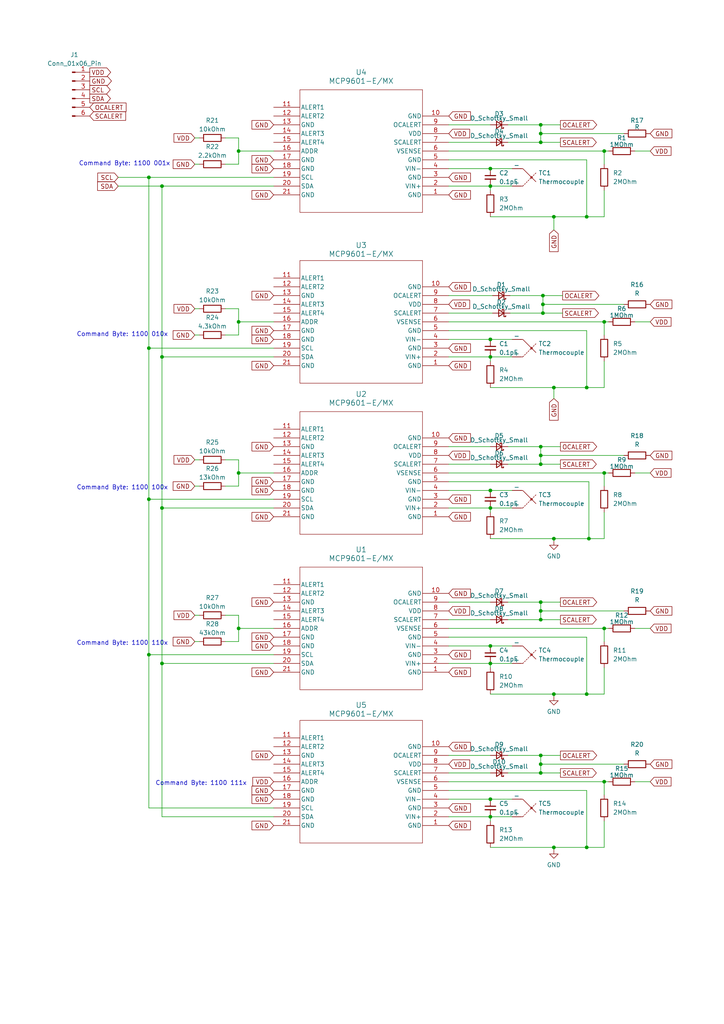
<source format=kicad_sch>
(kicad_sch (version 20230121) (generator eeschema)
  (paper "A4" portrait)
  (lib_symbols
    (symbol "Connector:Conn_01x06_Pin" (pin_names (offset 1.016) hide)
      (property "Reference" "J" (at 0 7.62 0))
      (property "Value" "Conn_01x06_Pin" (at 0 -10.16 0))
      (symbol "Conn_01x06_Pin_1_1"
        (polyline (pts (xy 1.27 -7.62) (xy 0.8636 -7.62)) (stroke (width 0.1524)))
        (polyline (pts (xy 1.27 -5.08) (xy 0.8636 -5.08)) (stroke (width 0.1524)))
        (polyline (pts (xy 1.27 -2.54) (xy 0.8636 -2.54)) (stroke (width 0.1524)))
        (polyline (pts (xy 1.27 0) (xy 0.8636 0)) (stroke (width 0.1524)))
        (polyline (pts (xy 1.27 2.54) (xy 0.8636 2.54)) (stroke (width 0.1524)))
        (polyline (pts (xy 1.27 5.08) (xy 0.8636 5.08)) (stroke (width 0.1524)))
        (rectangle (start 0.8636 -7.493) (end 0 -7.747) (stroke (width 0.1524)) (fill (type outline)))
        (rectangle (start 0.8636 -4.953) (end 0 -5.207) (stroke (width 0.1524)) (fill (type outline)))
        (rectangle (start 0.8636 -2.413) (end 0 -2.667) (stroke (width 0.1524)) (fill (type outline)))
        (rectangle (start 0.8636 0.127) (end 0 -0.127) (stroke (width 0.1524)) (fill (type outline)))
        (rectangle (start 0.8636 2.667) (end 0 2.413) (stroke (width 0.1524)) (fill (type outline)))
        (rectangle (start 0.8636 5.207) (end 0 4.953) (stroke (width 0.1524)) (fill (type outline)))
        (pin passive line (at 5.08 5.08 180) (length 3.81) (name "Pin_1") (number "1"))
        (pin passive line (at 5.08 2.54 180) (length 3.81) (name "Pin_2") (number "2"))
        (pin passive line (at 5.08 0 180) (length 3.81) (name "Pin_3") (number "3"))
        (pin passive line (at 5.08 -2.54 180) (length 3.81) (name "Pin_4") (number "4"))
        (pin passive line (at 5.08 -5.08 180) (length 3.81) (name "Pin_5") (number "5"))
        (pin passive line (at 5.08 -7.62 180) (length 3.81) (name "Pin_6") (number "6"))
      )
    )
    (symbol "Device:C_Small" (pin_numbers hide) (pin_names (offset 0.254) hide)
      (property "Reference" "C" (at 0.254 1.778 0))
      (property "Value" "C_Small" (at 0.254 -2.032 0))
      (symbol "C_Small_0_1"
        (polyline (pts (xy -1.524 -0.508) (xy 1.524 -0.508)) (stroke (width 0.3302)))
        (polyline (pts (xy -1.524 0.508) (xy 1.524 0.508)) (stroke (width 0.3048)))
      )
      (symbol "C_Small_1_1"
        (pin passive line (at 0 2.54 270) (length 2.032) (name "~") (number "1"))
        (pin passive line (at 0 -2.54 90) (length 2.032) (name "~") (number "2"))
      )
    )
    (symbol "Device:D_Schottky_Small" (pin_numbers hide) (pin_names (offset 0.254) hide)
      (property "Reference" "D" (at -1.27 2.032 0))
      (property "Value" "D_Schottky_Small" (at -7.112 -2.032 0))
      (symbol "D_Schottky_Small_0_1"
        (polyline (pts (xy -0.762 0) (xy 0.762 0)))
        (polyline (pts (xy 0.762 -1.016) (xy -0.762 0) (xy 0.762 1.016) (xy 0.762 -1.016)) (stroke (width 0.254)))
        (polyline (pts (xy -1.27 0.762) (xy -1.27 1.016) (xy -0.762 1.016) (xy -0.762 -1.016) (xy -0.254 -1.016) (xy -0.254 -0.762)) (stroke (width 0.254)))
      )
      (symbol "D_Schottky_Small_1_1"
        (pin passive line (at -2.54 0 0) (length 1.778) (name "K") (number "1"))
        (pin passive line (at 2.54 0 180) (length 1.778) (name "A") (number "2"))
      )
    )
    (symbol "Device:R" (pin_numbers hide) (pin_names (offset 0))
      (property "Reference" "R" (at 2.032 0 90))
      (property "Value" "R" (at 0 0 90))
      (symbol "R_0_1"
        (rectangle (start -1.016 -2.54) (end 1.016 2.54) (stroke (width 0.254)))
      )
      (symbol "R_1_1"
        (pin passive line (at 0 3.81 270) (length 1.27) (name "~") (number "1"))
        (pin passive line (at 0 -3.81 90) (length 1.27) (name "~") (number "2"))
      )
    )
    (symbol "Device:Thermocouple" (pin_numbers hide) (pin_names (offset 0))
      (property "Reference" "TC" (at -3.048 3.81 0))
      (property "Value" "Thermocouple" (at -5.08 -4.064 0))
      (symbol "Thermocouple_0_1"
        (circle (center -3.048 0) (radius 0.254) (fill (type outline)))
        (polyline (pts (xy -4.064 -1.016) (xy -4.318 -1.27)))
        (polyline (pts (xy -3.556 -0.508) (xy -3.81 -0.762)))
        (polyline (pts (xy -3.048 0) (xy -3.302 -0.254)))
        (polyline (pts (xy -2.54 0.508) (xy -2.794 0.254)))
        (polyline (pts (xy -2.032 1.016) (xy -2.286 0.762)))
        (polyline (pts (xy -1.524 1.524) (xy -1.778 1.27)))
        (polyline (pts (xy -1.016 2.032) (xy -1.27 1.778)))
        (polyline (pts (xy -0.508 2.54) (xy -0.762 2.286)))
        (polyline (pts (xy 0 -2.54) (xy -0.254 -2.54)))
        (polyline (pts (xy 0 2.54) (xy -0.508 2.54)))
        (polyline (pts (xy 0.254 -2.54) (xy -0.508 -2.54) (xy -4.318 1.27)))
      )
      (symbol "Thermocouple_1_1"
        (pin passive line (at 2.54 2.54 180) (length 2.54) (name "+") (number "1"))
        (pin passive line (at 2.54 -2.54 180) (length 2.54) (name "-") (number "2"))
      )
    )
    (symbol "Private:MCP9601-E_MX" (pin_names (offset 0.254))
      (property "Reference" "U" (at 25.4 10.16 0))
      (property "Value" "MCP9601-E/MX" (at 25.4 7.62 0))
      (symbol "MCP9601-E_MX_0_1"
        (polyline (pts (xy 7.62 -30.48) (xy 43.18 -30.48)) (stroke (width 0.127)))
        (polyline (pts (xy 7.62 5.08) (xy 7.62 -30.48)) (stroke (width 0.127)))
        (polyline (pts (xy 43.18 -30.48) (xy 43.18 5.08)) (stroke (width 0.127)))
        (polyline (pts (xy 43.18 5.08) (xy 7.62 5.08)) (stroke (width 0.127)))
        (pin power_out line (at 0 0 0) (length 7.62) (name "GND") (number "1"))
        (pin power_out line (at 0 -22.86 0) (length 7.62) (name "GND") (number "10"))
        (pin output line (at 50.8 -25.4 180) (length 7.62) (name "ALERT1") (number "11"))
        (pin output line (at 50.8 -22.86 180) (length 7.62) (name "ALERT2") (number "12"))
        (pin power_out line (at 50.8 -20.32 180) (length 7.62) (name "GND") (number "13"))
        (pin output line (at 50.8 -17.78 180) (length 7.62) (name "ALERT3") (number "14"))
        (pin output line (at 50.8 -15.24 180) (length 7.62) (name "ALERT4") (number "15"))
        (pin input line (at 50.8 -12.7 180) (length 7.62) (name "ADDR") (number "16"))
        (pin power_out line (at 50.8 -10.16 180) (length 7.62) (name "GND") (number "17"))
        (pin power_out line (at 50.8 -7.62 180) (length 7.62) (name "GND") (number "18"))
        (pin input line (at 50.8 -5.08 180) (length 7.62) (name "SCL") (number "19"))
        (pin input line (at 0 -2.54 0) (length 7.62) (name "VIN+") (number "2"))
        (pin bidirectional line (at 50.8 -2.54 180) (length 7.62) (name "SDA") (number "20"))
        (pin power_out line (at 50.8 0 180) (length 7.62) (name "GND") (number "21"))
        (pin power_out line (at 0 -5.08 0) (length 7.62) (name "GND") (number "3"))
        (pin input line (at 0 -7.62 0) (length 7.62) (name "VIN-") (number "4"))
        (pin power_out line (at 0 -10.16 0) (length 7.62) (name "GND") (number "5"))
        (pin input line (at 0 -12.7 0) (length 7.62) (name "VSENSE") (number "6"))
        (pin output line (at 0 -15.24 0) (length 7.62) (name "SCALERT") (number "7"))
        (pin power_in line (at 0 -17.78 0) (length 7.62) (name "VDD") (number "8"))
        (pin output line (at 0 -20.32 0) (length 7.62) (name "OCALERT") (number "9"))
      )
    )
    (symbol "power:GND" (power) (pin_names (offset 0))
      (property "Value" "GND" (at 0 -3.81 0))
      (symbol "GND_0_1"
        (polyline (pts (xy 0 0) (xy 0 -1.27) (xy 1.27 -1.27) (xy 0 -2.54) (xy -1.27 -1.27) (xy 0 -1.27)))
      )
      (symbol "GND_1_1"
        (pin power_in line (at 0 0 270) (length 0) hide (name "GND") (number "1"))
      )
    )
  )
  (junction (at 142.24 192.405))
  (junction (at 156.845 134.62))
  (junction (at 46.99 53.975))
  (junction (at 43.18 144.78))
  (junction (at 175.26 226.695))
  (junction (at 142.24 48.895))
  (junction (at 142.24 53.975))
  (junction (at 170.18 62.865))
  (junction (at 69.215 137.16))
  (junction (at 69.215 93.345))
  (junction (at 170.18 112.395))
  (junction (at 142.24 231.775))
  (junction (at 157.48 85.725))
  (junction (at 142.24 236.855))
  (junction (at 170.18 201.295))
  (junction (at 46.99 147.32))
  (junction (at 160.655 62.865))
  (junction (at 69.215 43.815))
  (junction (at 156.845 224.155))
  (junction (at 157.48 90.805))
  (junction (at 175.26 182.245))
  (junction (at 170.18 245.745))
  (junction (at 156.845 177.165))
  (junction (at 156.845 41.275))
  (junction (at 156.845 129.54))
  (junction (at 156.845 38.735))
  (junction (at 160.655 156.21))
  (junction (at 175.26 43.815))
  (junction (at 142.24 98.425))
  (junction (at 157.48 88.265))
  (junction (at 156.845 132.08))
  (junction (at 46.99 192.405))
  (junction (at 175.26 137.16))
  (junction (at 46.99 103.505))
  (junction (at 156.845 179.705))
  (junction (at 142.24 147.32))
  (junction (at 175.26 93.345))
  (junction (at 142.24 187.325))
  (junction (at 142.24 142.24))
  (junction (at 170.815 156.21))
  (junction (at 69.215 182.245))
  (junction (at 156.845 221.615))
  (junction (at 43.18 51.435))
  (junction (at 156.845 219.075))
  (junction (at 160.655 112.395))
  (junction (at 43.18 189.865))
  (junction (at 142.24 103.505))
  (junction (at 160.655 245.745))
  (junction (at 156.845 36.195))
  (junction (at 43.18 100.965))
  (junction (at 156.845 174.625))
  (junction (at 160.655 201.295))
  (wire (pts (xy 156.845 134.62) (xy 162.56 134.62)))
  (wire (pts (xy 43.18 100.965) (xy 43.18 144.78)))
  (wire (pts (xy 157.48 88.265) (xy 157.48 85.725)))
  (wire (pts (xy 56.515 178.435) (xy 57.785 178.435)))
  (wire (pts (xy 142.24 192.405) (xy 142.24 193.675)))
  (wire (pts (xy 43.18 144.78) (xy 79.375 144.78)))
  (wire (pts (xy 69.215 178.435) (xy 69.215 182.245)))
  (wire (pts (xy 170.18 95.885) (xy 170.18 112.395)))
  (wire (pts (xy 69.215 137.16) (xy 69.215 140.97)))
  (wire (pts (xy 142.24 156.21) (xy 160.655 156.21)))
  (wire (pts (xy 170.18 229.235) (xy 170.18 245.745)))
  (wire (pts (xy 65.405 40.005) (xy 69.215 40.005)))
  (wire (pts (xy 65.405 133.35) (xy 69.215 133.35)))
  (wire (pts (xy 170.18 62.865) (xy 160.655 62.865)))
  (wire (pts (xy 43.18 51.435) (xy 43.18 100.965)))
  (wire (pts (xy 160.655 156.21) (xy 160.655 156.845)))
  (wire (pts (xy 130.175 48.895) (xy 142.24 48.895)))
  (wire (pts (xy 130.175 36.195) (xy 142.24 36.195)))
  (wire (pts (xy 170.18 112.395) (xy 160.655 112.395)))
  (wire (pts (xy 160.655 112.395) (xy 160.655 115.57)))
  (wire (pts (xy 142.24 48.895) (xy 148.59 48.895)))
  (wire (pts (xy 175.26 43.815) (xy 175.26 47.625)))
  (wire (pts (xy 130.175 224.155) (xy 142.24 224.155)))
  (wire (pts (xy 156.845 132.08) (xy 156.845 134.62)))
  (wire (pts (xy 56.515 40.005) (xy 57.785 40.005)))
  (wire (pts (xy 130.175 53.975) (xy 142.24 53.975)))
  (wire (pts (xy 175.26 137.16) (xy 176.53 137.16)))
  (wire (pts (xy 147.32 41.275) (xy 156.845 41.275)))
  (wire (pts (xy 175.26 148.59) (xy 175.26 156.21)))
  (wire (pts (xy 160.655 201.295) (xy 160.655 201.93)))
  (wire (pts (xy 156.845 129.54) (xy 162.56 129.54)))
  (wire (pts (xy 157.48 88.265) (xy 180.975 88.265)))
  (wire (pts (xy 175.26 104.775) (xy 175.26 112.395)))
  (wire (pts (xy 142.24 147.32) (xy 142.24 148.59)))
  (wire (pts (xy 142.24 53.975) (xy 148.59 53.975)))
  (wire (pts (xy 43.18 234.315) (xy 79.375 234.315)))
  (wire (pts (xy 130.175 226.695) (xy 175.26 226.695)))
  (wire (pts (xy 175.26 43.815) (xy 176.53 43.815)))
  (wire (pts (xy 147.955 85.725) (xy 157.48 85.725)))
  (wire (pts (xy 130.175 90.805) (xy 142.875 90.805)))
  (wire (pts (xy 79.375 93.345) (xy 69.215 93.345)))
  (wire (pts (xy 130.175 184.785) (xy 170.18 184.785)))
  (wire (pts (xy 147.32 179.705) (xy 156.845 179.705)))
  (wire (pts (xy 46.99 103.505) (xy 46.99 147.32)))
  (wire (pts (xy 142.24 192.405) (xy 148.59 192.405)))
  (wire (pts (xy 130.175 137.16) (xy 175.26 137.16)))
  (wire (pts (xy 156.845 38.735) (xy 156.845 41.275)))
  (wire (pts (xy 175.26 238.125) (xy 175.26 245.745)))
  (wire (pts (xy 130.175 187.325) (xy 142.24 187.325)))
  (wire (pts (xy 175.26 201.295) (xy 170.18 201.295)))
  (wire (pts (xy 147.32 174.625) (xy 156.845 174.625)))
  (wire (pts (xy 46.99 53.975) (xy 46.99 103.505)))
  (wire (pts (xy 46.99 147.32) (xy 46.99 192.405)))
  (wire (pts (xy 156.845 174.625) (xy 162.56 174.625)))
  (wire (pts (xy 130.175 192.405) (xy 142.24 192.405)))
  (wire (pts (xy 147.32 129.54) (xy 156.845 129.54)))
  (wire (pts (xy 56.515 89.535) (xy 57.785 89.535)))
  (wire (pts (xy 69.215 89.535) (xy 69.215 93.345)))
  (wire (pts (xy 142.24 62.865) (xy 160.655 62.865)))
  (wire (pts (xy 142.24 187.325) (xy 148.59 187.325)))
  (wire (pts (xy 175.26 182.245) (xy 175.26 186.055)))
  (wire (pts (xy 175.26 156.21) (xy 170.815 156.21)))
  (wire (pts (xy 175.26 193.675) (xy 175.26 201.295)))
  (wire (pts (xy 69.215 182.245) (xy 79.375 182.245)))
  (wire (pts (xy 175.26 55.245) (xy 175.26 62.865)))
  (wire (pts (xy 156.845 179.705) (xy 162.56 179.705)))
  (wire (pts (xy 130.175 142.24) (xy 142.24 142.24)))
  (wire (pts (xy 43.18 189.865) (xy 79.375 189.865)))
  (wire (pts (xy 56.515 140.97) (xy 57.785 140.97)))
  (wire (pts (xy 170.18 201.295) (xy 160.655 201.295)))
  (wire (pts (xy 156.845 177.165) (xy 156.845 179.705)))
  (wire (pts (xy 130.175 93.345) (xy 175.26 93.345)))
  (wire (pts (xy 160.655 62.865) (xy 160.655 66.675)))
  (wire (pts (xy 156.845 132.08) (xy 180.975 132.08)))
  (wire (pts (xy 56.515 186.055) (xy 57.785 186.055)))
  (wire (pts (xy 184.15 137.16) (xy 188.595 137.16)))
  (wire (pts (xy 130.175 174.625) (xy 142.24 174.625)))
  (wire (pts (xy 69.215 93.345) (xy 69.215 97.155)))
  (wire (pts (xy 142.24 103.505) (xy 142.24 104.775)))
  (wire (pts (xy 43.18 189.865) (xy 43.18 234.315)))
  (wire (pts (xy 142.24 236.855) (xy 148.59 236.855)))
  (wire (pts (xy 175.26 245.745) (xy 170.18 245.745)))
  (wire (pts (xy 156.845 38.735) (xy 156.845 36.195)))
  (wire (pts (xy 184.15 226.695) (xy 188.595 226.695)))
  (wire (pts (xy 175.26 112.395) (xy 170.18 112.395)))
  (wire (pts (xy 43.18 144.78) (xy 43.18 189.865)))
  (wire (pts (xy 130.175 219.075) (xy 142.24 219.075)))
  (wire (pts (xy 142.24 142.24) (xy 148.59 142.24)))
  (wire (pts (xy 46.99 192.405) (xy 46.99 236.855)))
  (wire (pts (xy 142.24 103.505) (xy 148.59 103.505)))
  (wire (pts (xy 130.175 182.245) (xy 175.26 182.245)))
  (wire (pts (xy 156.845 41.275) (xy 162.56 41.275)))
  (wire (pts (xy 156.845 177.165) (xy 180.975 177.165)))
  (wire (pts (xy 130.175 229.235) (xy 170.18 229.235)))
  (wire (pts (xy 46.99 147.32) (xy 79.375 147.32)))
  (wire (pts (xy 65.405 140.97) (xy 69.215 140.97)))
  (wire (pts (xy 156.845 221.615) (xy 156.845 219.075)))
  (wire (pts (xy 175.26 226.695) (xy 175.26 230.505)))
  (wire (pts (xy 130.175 147.32) (xy 142.24 147.32)))
  (wire (pts (xy 69.215 43.815) (xy 79.375 43.815)))
  (wire (pts (xy 56.515 97.155) (xy 57.785 97.155)))
  (wire (pts (xy 69.215 43.815) (xy 69.215 47.625)))
  (wire (pts (xy 69.215 40.005) (xy 69.215 43.815)))
  (wire (pts (xy 156.845 221.615) (xy 180.975 221.615)))
  (wire (pts (xy 46.99 53.975) (xy 79.375 53.975)))
  (wire (pts (xy 175.26 93.345) (xy 175.26 97.155)))
  (wire (pts (xy 142.24 231.775) (xy 148.59 231.775)))
  (wire (pts (xy 69.215 182.245) (xy 69.215 186.055)))
  (wire (pts (xy 147.32 219.075) (xy 156.845 219.075)))
  (wire (pts (xy 56.515 133.35) (xy 57.785 133.35)))
  (wire (pts (xy 157.48 85.725) (xy 163.195 85.725)))
  (wire (pts (xy 130.175 139.7) (xy 170.815 139.7)))
  (wire (pts (xy 130.175 236.855) (xy 142.24 236.855)))
  (wire (pts (xy 79.375 137.16) (xy 69.215 137.16)))
  (wire (pts (xy 130.175 46.355) (xy 170.18 46.355)))
  (wire (pts (xy 175.26 226.695) (xy 176.53 226.695)))
  (wire (pts (xy 147.32 134.62) (xy 156.845 134.62)))
  (wire (pts (xy 170.18 184.785) (xy 170.18 201.295)))
  (wire (pts (xy 170.815 139.7) (xy 170.815 156.21)))
  (wire (pts (xy 184.15 43.815) (xy 188.595 43.815)))
  (wire (pts (xy 160.655 245.745) (xy 160.655 246.38)))
  (wire (pts (xy 46.99 236.855) (xy 79.375 236.855)))
  (wire (pts (xy 130.175 41.275) (xy 142.24 41.275)))
  (wire (pts (xy 56.515 47.625) (xy 57.785 47.625)))
  (wire (pts (xy 69.215 133.35) (xy 69.215 137.16)))
  (wire (pts (xy 142.24 53.975) (xy 142.24 55.245)))
  (wire (pts (xy 142.24 245.745) (xy 160.655 245.745)))
  (wire (pts (xy 184.15 182.245) (xy 188.595 182.245)))
  (wire (pts (xy 130.175 129.54) (xy 142.24 129.54)))
  (wire (pts (xy 130.175 134.62) (xy 142.24 134.62)))
  (wire (pts (xy 156.845 219.075) (xy 162.56 219.075)))
  (wire (pts (xy 130.175 43.815) (xy 175.26 43.815)))
  (wire (pts (xy 175.26 93.345) (xy 176.53 93.345)))
  (wire (pts (xy 157.48 90.805) (xy 163.195 90.805)))
  (wire (pts (xy 46.99 192.405) (xy 79.375 192.405)))
  (wire (pts (xy 142.24 236.855) (xy 142.24 238.125)))
  (wire (pts (xy 175.26 182.245) (xy 176.53 182.245)))
  (wire (pts (xy 43.18 100.965) (xy 79.375 100.965)))
  (wire (pts (xy 46.99 103.505) (xy 79.375 103.505)))
  (wire (pts (xy 130.175 95.885) (xy 170.18 95.885)))
  (wire (pts (xy 65.405 178.435) (xy 69.215 178.435)))
  (wire (pts (xy 156.845 38.735) (xy 180.975 38.735)))
  (wire (pts (xy 130.175 85.725) (xy 142.875 85.725)))
  (wire (pts (xy 175.26 137.16) (xy 175.26 140.97)))
  (wire (pts (xy 170.815 156.21) (xy 160.655 156.21)))
  (wire (pts (xy 147.32 224.155) (xy 156.845 224.155)))
  (wire (pts (xy 34.29 51.435) (xy 43.18 51.435)))
  (wire (pts (xy 170.18 245.745) (xy 160.655 245.745)))
  (wire (pts (xy 147.955 90.805) (xy 157.48 90.805)))
  (wire (pts (xy 65.405 47.625) (xy 69.215 47.625)))
  (wire (pts (xy 130.175 231.775) (xy 142.24 231.775)))
  (wire (pts (xy 156.845 224.155) (xy 162.56 224.155)))
  (wire (pts (xy 157.48 88.265) (xy 157.48 90.805)))
  (wire (pts (xy 142.24 147.32) (xy 148.59 147.32)))
  (wire (pts (xy 130.175 103.505) (xy 142.24 103.505)))
  (wire (pts (xy 156.845 221.615) (xy 156.845 224.155)))
  (wire (pts (xy 43.18 51.435) (xy 79.375 51.435)))
  (wire (pts (xy 184.15 93.345) (xy 188.595 93.345)))
  (wire (pts (xy 156.845 177.165) (xy 156.845 174.625)))
  (wire (pts (xy 65.405 186.055) (xy 69.215 186.055)))
  (wire (pts (xy 65.405 89.535) (xy 69.215 89.535)))
  (wire (pts (xy 130.175 179.705) (xy 142.24 179.705)))
  (wire (pts (xy 130.175 98.425) (xy 142.24 98.425)))
  (wire (pts (xy 156.845 36.195) (xy 162.56 36.195)))
  (wire (pts (xy 34.29 53.975) (xy 46.99 53.975)))
  (wire (pts (xy 142.24 112.395) (xy 160.655 112.395)))
  (wire (pts (xy 175.26 62.865) (xy 170.18 62.865)))
  (wire (pts (xy 147.32 36.195) (xy 156.845 36.195)))
  (wire (pts (xy 142.24 98.425) (xy 148.59 98.425)))
  (wire (pts (xy 142.24 201.295) (xy 160.655 201.295)))
  (wire (pts (xy 156.845 132.08) (xy 156.845 129.54)))
  (wire (pts (xy 170.18 46.355) (xy 170.18 62.865)))
  (wire (pts (xy 65.405 97.155) (xy 69.215 97.155)))
  (text "Command Byte: 1100 111x" (at 45.085 227.965 0) (effects (font (size 1.27 1.27)) (justify left bottom)))
  (text "Command Byte: 1100 001x" (at 22.86 48.26 0) (effects (font (size 1.27 1.27)) (justify left bottom)))
  (text "Command Byte: 1100 110x" (at 22.225 187.325 0) (effects (font (size 1.27 1.27)) (justify left bottom)))
  (text "Command Byte: 1100 100x" (at 22.225 142.24 0) (effects (font (size 1.27 1.27)) (justify left bottom)))
  (text "Command Byte: 1100 010x" (at 22.225 97.79 0) (effects (font (size 1.27 1.27)) (justify left bottom)))
  (global_label "GND" (shape input) (at 79.375 174.625 180) (property "Intersheetrefs" "${INTERSHEET_REFS}" (effects hide)))
  (global_label "GND" (shape input) (at 56.515 186.055 180) (property "Intersheetrefs" "${INTERSHEET_REFS}" (effects hide)))
  (global_label "VDD" (shape input) (at 56.515 178.435 180) (property "Intersheetrefs" "${INTERSHEET_REFS}" (effects hide)))
  (global_label "GND" (shape input) (at 130.175 33.655 0) (property "Intersheetrefs" "${INTERSHEET_REFS}" (effects hide)))
  (global_label "GND" (shape input) (at 79.375 36.195 180) (property "Intersheetrefs" "${INTERSHEET_REFS}" (effects hide)))
  (global_label "GND" (shape input) (at 79.375 98.425 180) (property "Intersheetrefs" "${INTERSHEET_REFS}" (effects hide)))
  (global_label "GND" (shape input) (at 79.375 142.24 180) (property "Intersheetrefs" "${INTERSHEET_REFS}" (effects hide)))
  (global_label "VDD" (shape input) (at 188.595 137.16 0) (property "Intersheetrefs" "${INTERSHEET_REFS}" (effects hide)))
  (global_label "GND" (shape input) (at 130.175 239.395 0) (property "Intersheetrefs" "${INTERSHEET_REFS}" (effects hide)))
  (global_label "SDA" (shape input) (at 34.29 53.975 180) (property "Intersheetrefs" "${INTERSHEET_REFS}" (effects hide)))
  (global_label "SCL" (shape output) (at 26.035 26.035 0) (property "Intersheetrefs" "${INTERSHEET_REFS}" (effects hide)))
  (global_label "VDD" (shape input) (at 130.175 38.735 0) (property "Intersheetrefs" "${INTERSHEET_REFS}" (effects hide)))
  (global_label "VDD" (shape input) (at 188.595 182.245 0) (property "Intersheetrefs" "${INTERSHEET_REFS}" (effects hide)))
  (global_label "GND" (shape input) (at 130.175 189.865 0) (property "Intersheetrefs" "${INTERSHEET_REFS}" (effects hide)))
  (global_label "GND" (shape input) (at 79.375 56.515 180) (property "Intersheetrefs" "${INTERSHEET_REFS}" (effects hide)))
  (global_label "GND" (shape input) (at 188.595 38.735 0) (property "Intersheetrefs" "${INTERSHEET_REFS}" (effects hide)))
  (global_label "GND" (shape input) (at 130.175 51.435 0) (property "Intersheetrefs" "${INTERSHEET_REFS}" (effects hide)))
  (global_label "GND" (shape input) (at 160.655 115.57 270) (property "Intersheetrefs" "${INTERSHEET_REFS}" (effects hide)))
  (global_label "SDA" (shape output) (at 26.035 28.575 0) (property "Intersheetrefs" "${INTERSHEET_REFS}" (effects hide)))
  (global_label "GND" (shape input) (at 130.175 106.045 0) (property "Intersheetrefs" "${INTERSHEET_REFS}" (effects hide)))
  (global_label "VDD" (shape input) (at 56.515 40.005 180) (property "Intersheetrefs" "${INTERSHEET_REFS}" (effects hide)))
  (global_label "OCALERT" (shape input) (at 26.035 31.115 0) (property "Intersheetrefs" "${INTERSHEET_REFS}" (effects hide)))
  (global_label "GND" (shape input) (at 79.375 48.895 180) (property "Intersheetrefs" "${INTERSHEET_REFS}" (effects hide)))
  (global_label "SCALERT" (shape output) (at 162.56 179.705 0) (property "Intersheetrefs" "${INTERSHEET_REFS}" (effects hide)))
  (global_label "GND" (shape output) (at 26.035 23.495 0) (property "Intersheetrefs" "${INTERSHEET_REFS}" (effects hide)))
  (global_label "VDD" (shape input) (at 130.175 177.165 0) (property "Intersheetrefs" "${INTERSHEET_REFS}" (effects hide)))
  (global_label "SCALERT" (shape output) (at 162.56 41.275 0) (property "Intersheetrefs" "${INTERSHEET_REFS}" (effects hide)))
  (global_label "GND" (shape input) (at 79.375 95.885 180) (property "Intersheetrefs" "${INTERSHEET_REFS}" (effects hide)))
  (global_label "VDD" (shape input) (at 130.175 132.08 0) (property "Intersheetrefs" "${INTERSHEET_REFS}" (effects hide)))
  (global_label "GND" (shape input) (at 79.375 187.325 180) (property "Intersheetrefs" "${INTERSHEET_REFS}" (effects hide)))
  (global_label "SCALERT" (shape output) (at 162.56 134.62 0) (property "Intersheetrefs" "${INTERSHEET_REFS}" (effects hide)))
  (global_label "VDD" (shape input) (at 56.515 133.35 180) (property "Intersheetrefs" "${INTERSHEET_REFS}" (effects hide)))
  (global_label "GND" (shape input) (at 160.655 66.675 270) (property "Intersheetrefs" "${INTERSHEET_REFS}" (effects hide)))
  (global_label "GND" (shape input) (at 130.175 234.315 0) (property "Intersheetrefs" "${INTERSHEET_REFS}" (effects hide)))
  (global_label "GND" (shape input) (at 130.175 216.535 0) (property "Intersheetrefs" "${INTERSHEET_REFS}" (effects hide)))
  (global_label "SCL" (shape input) (at 34.29 51.435 180) (property "Intersheetrefs" "${INTERSHEET_REFS}" (effects hide)))
  (global_label "GND" (shape input) (at 130.175 127 0) (property "Intersheetrefs" "${INTERSHEET_REFS}" (effects hide)))
  (global_label "GND" (shape input) (at 79.375 219.075 180) (property "Intersheetrefs" "${INTERSHEET_REFS}" (effects hide)))
  (global_label "GND" (shape input) (at 56.515 47.625 180) (property "Intersheetrefs" "${INTERSHEET_REFS}" (effects hide)))
  (global_label "GND" (shape input) (at 79.375 239.395 180) (property "Intersheetrefs" "${INTERSHEET_REFS}" (effects hide)))
  (global_label "GND" (shape input) (at 79.375 129.54 180) (property "Intersheetrefs" "${INTERSHEET_REFS}" (effects hide)))
  (global_label "GND" (shape input) (at 79.375 85.725 180) (property "Intersheetrefs" "${INTERSHEET_REFS}" (effects hide)))
  (global_label "GND" (shape input) (at 130.175 83.185 0) (property "Intersheetrefs" "${INTERSHEET_REFS}" (effects hide)))
  (global_label "GND" (shape input) (at 130.175 144.78 0) (property "Intersheetrefs" "${INTERSHEET_REFS}" (effects hide)))
  (global_label "VDD" (shape input) (at 130.175 221.615 0) (property "Intersheetrefs" "${INTERSHEET_REFS}" (effects hide)))
  (global_label "GND" (shape input) (at 79.375 229.235 180) (property "Intersheetrefs" "${INTERSHEET_REFS}" (effects hide)))
  (global_label "VDD" (shape output) (at 26.035 20.955 0) (property "Intersheetrefs" "${INTERSHEET_REFS}" (effects hide)))
  (global_label "SCALERT" (shape output) (at 163.195 90.805 0) (property "Intersheetrefs" "${INTERSHEET_REFS}" (effects hide)))
  (global_label "GND" (shape input) (at 56.515 140.97 180) (property "Intersheetrefs" "${INTERSHEET_REFS}" (effects hide)))
  (global_label "VDD" (shape input) (at 188.595 226.695 0) (property "Intersheetrefs" "${INTERSHEET_REFS}" (effects hide)))
  (global_label "GND" (shape input) (at 79.375 184.785 180) (property "Intersheetrefs" "${INTERSHEET_REFS}" (effects hide)))
  (global_label "SCALERT" (shape input) (at 26.035 33.655 0) (property "Intersheetrefs" "${INTERSHEET_REFS}" (effects hide)))
  (global_label "VDD" (shape input) (at 56.515 89.535 180) (property "Intersheetrefs" "${INTERSHEET_REFS}" (effects hide)))
  (global_label "GND" (shape input) (at 130.175 56.515 0) (property "Intersheetrefs" "${INTERSHEET_REFS}" (effects hide)))
  (global_label "GND" (shape input) (at 130.175 194.945 0) (property "Intersheetrefs" "${INTERSHEET_REFS}" (effects hide)))
  (global_label "OCALERT" (shape output) (at 162.56 219.075 0) (property "Intersheetrefs" "${INTERSHEET_REFS}" (effects hide)))
  (global_label "GND" (shape input) (at 79.375 194.945 180) (property "Intersheetrefs" "${INTERSHEET_REFS}" (effects hide)))
  (global_label "GND" (shape input) (at 188.595 177.165 0) (property "Intersheetrefs" "${INTERSHEET_REFS}" (effects hide)))
  (global_label "OCALERT" (shape output) (at 162.56 129.54 0) (property "Intersheetrefs" "${INTERSHEET_REFS}" (effects hide)))
  (global_label "OCALERT" (shape output) (at 163.195 85.725 0) (property "Intersheetrefs" "${INTERSHEET_REFS}" (effects hide)))
  (global_label "GND" (shape input) (at 188.595 88.265 0) (property "Intersheetrefs" "${INTERSHEET_REFS}" (effects hide)))
  (global_label "VDD" (shape input) (at 79.375 226.695 180) (property "Intersheetrefs" "${INTERSHEET_REFS}" (effects hide)))
  (global_label "GND" (shape input) (at 188.595 221.615 0) (property "Intersheetrefs" "${INTERSHEET_REFS}" (effects hide)))
  (global_label "GND" (shape input) (at 79.375 139.7 180) (property "Intersheetrefs" "${INTERSHEET_REFS}" (effects hide)))
  (global_label "GND" (shape input) (at 130.175 100.965 0) (property "Intersheetrefs" "${INTERSHEET_REFS}" (effects hide)))
  (global_label "GND" (shape input) (at 130.175 149.86 0) (property "Intersheetrefs" "${INTERSHEET_REFS}" (effects hide)))
  (global_label "OCALERT" (shape output) (at 162.56 36.195 0) (property "Intersheetrefs" "${INTERSHEET_REFS}" (effects hide)))
  (global_label "SCALERT" (shape output) (at 162.56 224.155 0) (property "Intersheetrefs" "${INTERSHEET_REFS}" (effects hide)))
  (global_label "VDD" (shape input) (at 188.595 93.345 0) (property "Intersheetrefs" "${INTERSHEET_REFS}" (effects hide)))
  (global_label "GND" (shape input) (at 130.175 172.085 0) (property "Intersheetrefs" "${INTERSHEET_REFS}" (effects hide)))
  (global_label "GND" (shape input) (at 79.375 149.86 180) (property "Intersheetrefs" "${INTERSHEET_REFS}" (effects hide)))
  (global_label "VDD" (shape input) (at 188.595 43.815 0) (property "Intersheetrefs" "${INTERSHEET_REFS}" (effects hide)))
  (global_label "GND" (shape input) (at 188.595 132.08 0) (property "Intersheetrefs" "${INTERSHEET_REFS}" (effects hide)))
  (global_label "OCALERT" (shape output) (at 162.56 174.625 0) (property "Intersheetrefs" "${INTERSHEET_REFS}" (effects hide)))
  (global_label "GND" (shape input) (at 79.375 106.045 180) (property "Intersheetrefs" "${INTERSHEET_REFS}" (effects hide)))
  (global_label "VDD" (shape input) (at 130.175 88.265 0) (property "Intersheetrefs" "${INTERSHEET_REFS}" (effects hide)))
  (global_label "GND" (shape input) (at 56.515 97.155 180) (property "Intersheetrefs" "${INTERSHEET_REFS}" (effects hide)))
  (global_label "GND" (shape input) (at 79.375 46.355 180) (property "Intersheetrefs" "${INTERSHEET_REFS}" (effects hide)))
  (global_label "GND" (shape input) (at 79.375 231.775 180) (property "Intersheetrefs" "${INTERSHEET_REFS}" (effects hide)))
  (symbol (lib_id "Device:C_Small") (at 142.24 100.965 0) (unit 1)
    (property "Reference" "C1" (at 144.78 99.7013 0) (effects (justify left)))
    (property "Value" "0.1pF" (at 144.78 102.2413 0) (effects (justify left)))
  )
  (symbol (lib_id "Device:D_Schottky_Small") (at 144.78 224.155 180) (unit 1)
    (property "Reference" "D10" (at 144.78 220.98 0))
    (property "Value" "D_Schottky_Small" (at 144.78 222.25 0))
  )
  (symbol (lib_id "Device:D_Schottky_Small") (at 145.415 85.725 180) (unit 1)
    (property "Reference" "D1" (at 145.415 82.55 0))
    (property "Value" "D_Schottky_Small" (at 145.415 83.82 0))
  )
  (symbol (lib_id "Private:MCP9601-E_MX") (at 130.175 239.395 180) (unit 1)
    (property "Reference" "U5" (at 104.775 204.47 0) (effects (font (size 1.524 1.524))))
    (property "Value" "MCP9601-E/MX" (at 104.775 207.01 0) (effects (font (size 1.524 1.524))))
    (property "Footprint" "MQFN20_NU_MCH" (effects hide))
    (property "Datasheet" "MCP9601-E/MX" (effects hide))
  )
  (symbol (lib_id "Device:R") (at 180.34 226.695 90) (unit 1)
    (property "Reference" "R15" (at 180.34 222.885 90))
    (property "Value" "1MOhm" (at 180.34 224.79 90))
  )
  (symbol (lib_id "Device:R") (at 61.595 97.155 90) (unit 1)
    (property "Reference" "R24" (at 61.595 92.075 90))
    (property "Value" "4.3kOhm" (at 61.595 94.615 90))
  )
  (symbol (lib_id "Private:MCP9601-E_MX") (at 130.175 56.515 180) (unit 1)
    (property "Reference" "U4" (at 104.775 20.955 0) (effects (font (size 1.524 1.524))))
    (property "Value" "MCP9601-E/MX" (at 104.775 23.495 0) (effects (font (size 1.524 1.524))))
    (property "Footprint" "MQFN20_NU_MCH" (effects hide))
    (property "Datasheet" "MCP9601-E/MX" (effects hide))
  )
  (symbol (lib_id "Private:MCP9601-E_MX") (at 130.175 106.045 180) (unit 1)
    (property "Reference" "U3" (at 104.775 71.12 0) (effects (font (size 1.524 1.524))))
    (property "Value" "MCP9601-E/MX" (at 104.775 73.66 0) (effects (font (size 1.524 1.524))))
    (property "Footprint" "MQFN20_NU_MCH" (effects hide))
    (property "Datasheet" "MCP9601-E/MX" (effects hide))
  )
  (symbol (lib_id "Device:D_Schottky_Small") (at 144.78 129.54 180) (unit 1)
    (property "Reference" "D5" (at 144.78 126.365 0))
    (property "Value" "D_Schottky_Small" (at 144.78 127.635 0))
  )
  (symbol (lib_id "Device:Thermocouple") (at 151.13 189.865 180) (unit 1)
    (property "Reference" "TC4" (at 156.21 188.595 0) (effects (justify right)))
    (property "Value" "Thermocouple" (at 156.21 191.135 0) (effects (justify right)))
  )
  (symbol (lib_id "power:GND") (at 160.655 246.38 0) (unit 1)
    (property "Reference" "#PWR05" (effects hide))
    (property "Value" "GND" (at 160.655 250.825 0))
  )
  (symbol (lib_id "Device:R") (at 142.24 152.4 0) (unit 1)
    (property "Reference" "R7" (at 144.78 151.13 0) (effects (justify left)))
    (property "Value" "2MOhm" (at 144.78 153.67 0) (effects (justify left)))
  )
  (symbol (lib_id "Device:R") (at 184.785 38.735 90) (unit 1)
    (property "Reference" "R17" (at 184.785 34.925 90))
    (property "Value" "R" (at 184.785 36.83 90))
  )
  (symbol (lib_id "Device:C_Small") (at 142.24 189.865 0) (unit 1)
    (property "Reference" "C4" (at 144.78 188.6013 0) (effects (justify left)))
    (property "Value" "0.1pF" (at 144.78 191.1413 0) (effects (justify left)))
  )
  (symbol (lib_id "Device:R") (at 142.24 59.055 0) (unit 1)
    (property "Reference" "R3" (at 144.78 57.785 0) (effects (justify left)))
    (property "Value" "2MOhm" (at 144.78 60.325 0) (effects (justify left)))
  )
  (symbol (lib_id "Device:D_Schottky_Small") (at 144.78 219.075 180) (unit 1)
    (property "Reference" "D9" (at 144.78 215.9 0))
    (property "Value" "D_Schottky_Small" (at 144.78 217.17 0))
  )
  (symbol (lib_id "Device:R") (at 175.26 189.865 0) (unit 1)
    (property "Reference" "R11" (at 177.8 188.595 0) (effects (justify left)))
    (property "Value" "2MOhm" (at 177.8 191.135 0) (effects (justify left)))
  )
  (symbol (lib_id "Device:R") (at 184.785 88.265 90) (unit 1)
    (property "Reference" "R16" (at 184.785 82.55 90))
    (property "Value" "R" (at 184.785 85.09 90))
  )
  (symbol (lib_id "Device:R") (at 184.785 221.615 90) (unit 1)
    (property "Reference" "R20" (at 184.785 215.9 90))
    (property "Value" "R" (at 184.785 218.44 90))
  )
  (symbol (lib_id "Device:D_Schottky_Small") (at 144.78 174.625 180) (unit 1)
    (property "Reference" "D7" (at 144.78 171.45 0))
    (property "Value" "D_Schottky_Small" (at 144.78 172.72 0))
  )
  (symbol (lib_id "Device:R") (at 175.26 144.78 0) (unit 1)
    (property "Reference" "R8" (at 177.8 143.51 0) (effects (justify left)))
    (property "Value" "2MOhm" (at 177.8 146.05 0) (effects (justify left)))
  )
  (symbol (lib_id "Device:R") (at 61.595 178.435 90) (unit 1)
    (property "Reference" "R27" (at 61.595 173.355 90))
    (property "Value" "10kOhm" (at 61.595 175.895 90))
  )
  (symbol (lib_id "Private:MCP9601-E_MX") (at 130.175 149.86 180) (unit 1)
    (property "Reference" "U2" (at 104.775 114.3 0) (effects (font (size 1.524 1.524))))
    (property "Value" "MCP9601-E/MX" (at 104.775 116.84 0) (effects (font (size 1.524 1.524))))
    (property "Footprint" "MQFN20_NU_MCH" (effects hide))
    (property "Datasheet" "MCP9601-E/MX" (effects hide))
  )
  (symbol (lib_id "Device:R") (at 180.34 137.16 90) (unit 1)
    (property "Reference" "R9" (at 180.34 133.35 90))
    (property "Value" "1MOhm" (at 180.34 135.255 90))
  )
  (symbol (lib_id "power:GND") (at 160.655 201.93 0) (unit 1)
    (property "Reference" "#PWR04" (effects hide))
    (property "Value" "GND" (at 160.655 206.375 0))
  )
  (symbol (lib_id "Device:R") (at 175.26 51.435 0) (unit 1)
    (property "Reference" "R2" (at 177.8 50.165 0) (effects (justify left)))
    (property "Value" "2MOhm" (at 177.8 52.705 0) (effects (justify left)))
  )
  (symbol (lib_id "power:GND") (at 160.655 156.845 0) (unit 1)
    (property "Reference" "#PWR03" (effects hide))
    (property "Value" "GND" (at 160.655 161.29 0))
  )
  (symbol (lib_id "Device:Thermocouple") (at 151.13 51.435 180) (unit 1)
    (property "Reference" "TC1" (at 156.21 50.165 0) (effects (justify right)))
    (property "Value" "Thermocouple" (at 156.21 52.705 0) (effects (justify right)))
  )
  (symbol (lib_id "Device:R") (at 61.595 186.055 90) (unit 1)
    (property "Reference" "R28" (at 61.595 180.975 90))
    (property "Value" "43kOhm" (at 61.595 183.515 90))
  )
  (symbol (lib_id "Device:R") (at 180.34 93.345 90) (unit 1)
    (property "Reference" "R6" (at 180.34 89.535 90))
    (property "Value" "1MOhm" (at 180.34 91.44 90))
  )
  (symbol (lib_id "Device:D_Schottky_Small") (at 145.415 90.805 180) (unit 1)
    (property "Reference" "D2" (at 145.415 87.63 0))
    (property "Value" "D_Schottky_Small" (at 145.415 88.9 0))
  )
  (symbol (lib_id "Device:Thermocouple") (at 151.13 144.78 180) (unit 1)
    (property "Reference" "TC3" (at 156.21 143.51 0) (effects (justify right)))
    (property "Value" "Thermocouple" (at 156.21 146.05 0) (effects (justify right)))
  )
  (symbol (lib_id "Device:R") (at 180.34 182.245 90) (unit 1)
    (property "Reference" "R12" (at 180.34 178.435 90))
    (property "Value" "1MOhm" (at 180.34 180.34 90))
  )
  (symbol (lib_id "Device:R") (at 142.24 197.485 0) (unit 1)
    (property "Reference" "R10" (at 144.78 196.215 0) (effects (justify left)))
    (property "Value" "2MOhm" (at 144.78 198.755 0) (effects (justify left)))
  )
  (symbol (lib_id "Device:R") (at 184.785 132.08 90) (unit 1)
    (property "Reference" "R18" (at 184.785 126.365 90))
    (property "Value" "R" (at 184.785 128.905 90))
  )
  (symbol (lib_id "Device:Thermocouple") (at 151.13 100.965 180) (unit 1)
    (property "Reference" "TC2" (at 156.21 99.695 0) (effects (justify right)))
    (property "Value" "Thermocouple" (at 156.21 102.235 0) (effects (justify right)))
  )
  (symbol (lib_id "Device:R") (at 175.26 100.965 0) (unit 1)
    (property "Reference" "R5" (at 177.8 99.695 0) (effects (justify left)))
    (property "Value" "2MOhm" (at 177.8 102.235 0) (effects (justify left)))
  )
  (symbol (lib_id "Device:D_Schottky_Small") (at 144.78 134.62 180) (unit 1)
    (property "Reference" "D6" (at 144.78 131.445 0))
    (property "Value" "D_Schottky_Small" (at 144.78 132.715 0))
  )
  (symbol (lib_id "Device:R") (at 180.34 43.815 90) (unit 1)
    (property "Reference" "R1" (at 180.34 40.005 90))
    (property "Value" "1MOhm" (at 180.34 41.91 90))
  )
  (symbol (lib_id "Device:D_Schottky_Small") (at 144.78 179.705 180) (unit 1)
    (property "Reference" "D8" (at 144.78 176.53 0))
    (property "Value" "D_Schottky_Small" (at 144.78 177.8 0))
  )
  (symbol (lib_id "Device:R") (at 175.26 234.315 0) (unit 1)
    (property "Reference" "R14" (at 177.8 233.045 0) (effects (justify left)))
    (property "Value" "2MOhm" (at 177.8 235.585 0) (effects (justify left)))
  )
  (symbol (lib_id "Device:R") (at 184.785 177.165 90) (unit 1)
    (property "Reference" "R19" (at 184.785 171.45 90))
    (property "Value" "R" (at 184.785 173.99 90))
  )
  (symbol (lib_id "Device:R") (at 61.595 47.625 90) (unit 1)
    (property "Reference" "R22" (at 61.595 42.545 90))
    (property "Value" "2.2kOhm" (at 61.595 45.085 90))
  )
  (symbol (lib_id "Device:D_Schottky_Small") (at 144.78 41.275 180) (unit 1)
    (property "Reference" "D4" (at 144.78 38.1 0))
    (property "Value" "D_Schottky_Small" (at 144.78 39.37 0))
  )
  (symbol (lib_id "Device:C_Small") (at 142.24 51.435 0) (unit 1)
    (property "Reference" "C2" (at 144.78 50.1713 0) (effects (justify left)))
    (property "Value" "0.1pF" (at 144.78 52.7113 0) (effects (justify left)))
  )
  (symbol (lib_id "Device:Thermocouple") (at 151.13 234.315 180) (unit 1)
    (property "Reference" "TC5" (at 156.21 233.045 0) (effects (justify right)))
    (property "Value" "Thermocouple" (at 156.21 235.585 0) (effects (justify right)))
  )
  (symbol (lib_id "Device:C_Small") (at 142.24 234.315 0) (unit 1)
    (property "Reference" "C5" (at 144.78 233.0513 0) (effects (justify left)))
    (property "Value" "0.1pF" (at 144.78 235.5913 0) (effects (justify left)))
  )
  (symbol (lib_id "Private:MCP9601-E_MX") (at 130.175 194.945 180) (unit 1)
    (property "Reference" "U1" (at 104.775 159.385 0) (effects (font (size 1.524 1.524))))
    (property "Value" "MCP9601-E/MX" (at 104.775 161.925 0) (effects (font (size 1.524 1.524))))
    (property "Footprint" "MQFN20_NU_MCH" (effects hide))
    (property "Datasheet" "MCP9601-E/MX" (effects hide))
  )
  (symbol (lib_id "Device:R") (at 61.595 89.535 90) (unit 1)
    (property "Reference" "R23" (at 61.595 84.455 90))
    (property "Value" "10kOhm" (at 61.595 86.995 90))
  )
  (symbol (lib_id "Device:R") (at 61.595 140.97 90) (unit 1)
    (property "Reference" "R26" (at 61.595 135.89 90))
    (property "Value" "13kOhm" (at 61.595 138.43 90))
  )
  (symbol (lib_id "Device:R") (at 61.595 40.005 90) (unit 1)
    (property "Reference" "R21" (at 61.595 34.925 90))
    (property "Value" "10kOhm" (at 61.595 37.465 90))
  )
  (symbol (lib_id "Device:R") (at 142.24 108.585 0) (unit 1)
    (property "Reference" "R4" (at 144.78 107.315 0) (effects (justify left)))
    (property "Value" "2MOhm" (at 144.78 109.855 0) (effects (justify left)))
  )
  (symbol (lib_id "Device:R") (at 61.595 133.35 90) (unit 1)
    (property "Reference" "R25" (at 61.595 128.27 90))
    (property "Value" "10kOhm" (at 61.595 130.81 90))
  )
  (symbol (lib_id "Device:C_Small") (at 142.24 144.78 0) (unit 1)
    (property "Reference" "C3" (at 144.78 143.5163 0) (effects (justify left)))
    (property "Value" "0.1pF" (at 144.78 146.0563 0) (effects (justify left)))
  )
  (symbol (lib_id "Connector:Conn_01x06_Pin") (at 20.955 26.035 0) (unit 1)
    (property "Reference" "J1" (at 21.59 15.875 0))
    (property "Value" "Conn_01x06_Pin" (at 21.59 18.415 0))
  )
  (symbol (lib_id "Device:D_Schottky_Small") (at 144.78 36.195 180) (unit 1)
    (property "Reference" "D3" (at 144.78 33.02 0))
    (property "Value" "D_Schottky_Small" (at 144.78 34.29 0))
  )
  (symbol (lib_id "Device:R") (at 142.24 241.935 0) (unit 1)
    (property "Reference" "R13" (at 144.78 240.665 0) (effects (justify left)))
    (property "Value" "2MOhm" (at 144.78 243.205 0) (effects (justify left)))
  )
)
</source>
